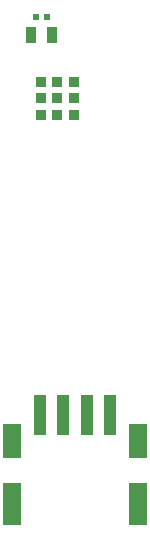
<source format=gbp>
G75*
%MOIN*%
%OFA0B0*%
%FSLAX25Y25*%
%IPPOS*%
%LPD*%
%AMOC8*
5,1,8,0,0,1.08239X$1,22.5*
%
%ADD10R,0.03543X0.05512*%
%ADD11R,0.02441X0.02441*%
%ADD12R,0.03937X0.13386*%
%ADD13R,0.05906X0.14173*%
%ADD14R,0.05906X0.11811*%
%ADD15R,0.03543X0.03543*%
D10*
X0039507Y0167550D03*
X0046593Y0167550D03*
D11*
X0044822Y0173800D03*
X0041278Y0173800D03*
D12*
X0042489Y0040867D03*
X0050363Y0040867D03*
X0058237Y0040867D03*
X0066111Y0040867D03*
D13*
X0033434Y0011339D03*
X0075166Y0011339D03*
D14*
X0075166Y0032206D03*
X0033434Y0032206D03*
D15*
X0042883Y0141103D03*
X0042883Y0146615D03*
X0042883Y0152127D03*
X0048394Y0152127D03*
X0048394Y0146615D03*
X0048394Y0141103D03*
X0053906Y0141103D03*
X0053906Y0146615D03*
X0053906Y0152127D03*
M02*

</source>
